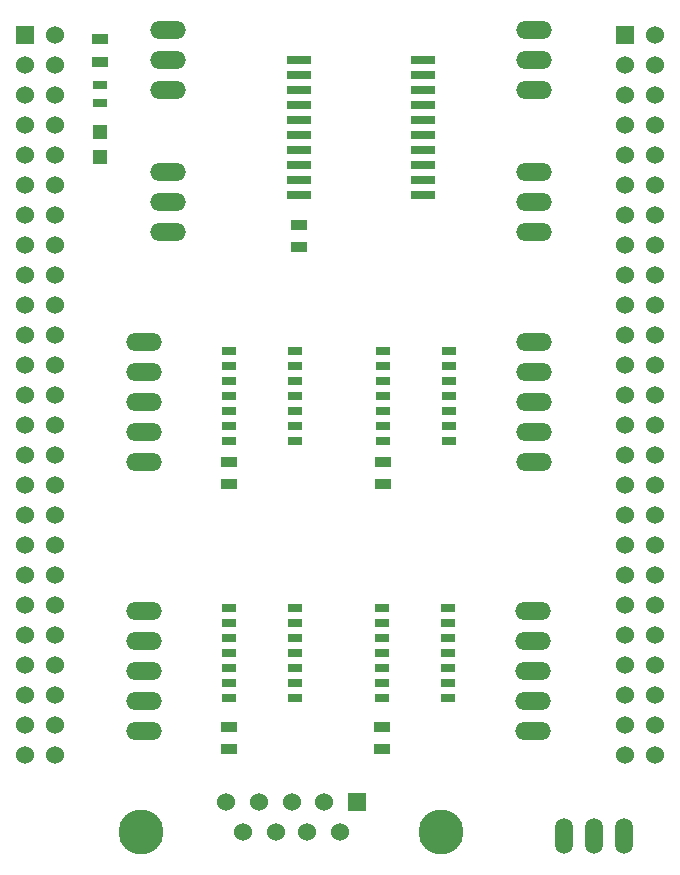
<source format=gts>
G04 (created by PCBNEW (2013-07-07 BZR 4022)-stable) date 01/03/2015 13:42:32*
%MOIN*%
G04 Gerber Fmt 3.4, Leading zero omitted, Abs format*
%FSLAX34Y34*%
G01*
G70*
G90*
G04 APERTURE LIST*
%ADD10C,0.00590551*%
%ADD11O,0.1187X0.0593*%
%ADD12R,0.06X0.06*%
%ADD13C,0.06*%
%ADD14R,0.055X0.035*%
%ADD15O,0.0593X0.1187*%
%ADD16C,0.15*%
%ADD17R,0.0787402X0.0275591*%
%ADD18R,0.05X0.025*%
%ADD19R,0.045X0.025*%
%ADD20R,0.0472X0.0472*%
G04 APERTURE END LIST*
G54D10*
G54D11*
X87775Y-57810D03*
X87775Y-56810D03*
X87775Y-55810D03*
X87775Y-54810D03*
X87775Y-53810D03*
G54D12*
X90838Y-34594D03*
G54D13*
X91838Y-34594D03*
X90838Y-39594D03*
X91838Y-35594D03*
X90838Y-40594D03*
X91838Y-36594D03*
X90838Y-41594D03*
X91838Y-37594D03*
X90838Y-42594D03*
X91838Y-38594D03*
X90838Y-43594D03*
X91838Y-39594D03*
X90838Y-44594D03*
X91838Y-40594D03*
X90838Y-45594D03*
X91838Y-41594D03*
X90838Y-46594D03*
X91838Y-42594D03*
X90838Y-47594D03*
X91838Y-43594D03*
X90838Y-48594D03*
X91838Y-44594D03*
X90838Y-49594D03*
X91838Y-45594D03*
X91838Y-46594D03*
X90838Y-50594D03*
X91838Y-47594D03*
X91838Y-49594D03*
X91838Y-50594D03*
X91838Y-51594D03*
X91838Y-52594D03*
X90838Y-51594D03*
X90838Y-52594D03*
X90838Y-35594D03*
X90838Y-36594D03*
X90838Y-37594D03*
X90838Y-38594D03*
X90838Y-53594D03*
X91838Y-53594D03*
X91838Y-48594D03*
X90838Y-54594D03*
X91838Y-54594D03*
X90838Y-55594D03*
X91838Y-55594D03*
X90838Y-56594D03*
X91838Y-56594D03*
X90838Y-57594D03*
X91838Y-57594D03*
X90838Y-58594D03*
X91838Y-58594D03*
G54D12*
X70838Y-34594D03*
G54D13*
X71838Y-34594D03*
X70838Y-39594D03*
X71838Y-35594D03*
X70838Y-40594D03*
X71838Y-36594D03*
X70838Y-41594D03*
X71838Y-37594D03*
X70838Y-42594D03*
X71838Y-38594D03*
X70838Y-43594D03*
X71838Y-39594D03*
X70838Y-44594D03*
X71838Y-40594D03*
X70838Y-45594D03*
X71838Y-41594D03*
X70838Y-46594D03*
X71838Y-42594D03*
X70838Y-47594D03*
X71838Y-43594D03*
X70838Y-48594D03*
X71838Y-44594D03*
X70838Y-49594D03*
X71838Y-45594D03*
X71838Y-46594D03*
X70838Y-50594D03*
X71838Y-47594D03*
X71838Y-49594D03*
X71838Y-50594D03*
X71838Y-51594D03*
X71838Y-52594D03*
X70838Y-51594D03*
X70838Y-52594D03*
X70838Y-35594D03*
X70838Y-36594D03*
X70838Y-37594D03*
X70838Y-38594D03*
X70838Y-53594D03*
X71838Y-53594D03*
X71838Y-48594D03*
X70838Y-54594D03*
X71838Y-54594D03*
X70838Y-55594D03*
X71838Y-55594D03*
X70838Y-56594D03*
X71838Y-56594D03*
X70838Y-57594D03*
X71838Y-57594D03*
X70838Y-58594D03*
X71838Y-58594D03*
G54D14*
X82760Y-48837D03*
X82760Y-49587D03*
X82740Y-57665D03*
X82740Y-58415D03*
X77620Y-57665D03*
X77620Y-58415D03*
X77640Y-48837D03*
X77640Y-49587D03*
X79980Y-40925D03*
X79980Y-41675D03*
X73340Y-35495D03*
X73340Y-34745D03*
G54D15*
X88800Y-61300D03*
X89800Y-61300D03*
X90800Y-61300D03*
G54D11*
X87795Y-36433D03*
X87795Y-35433D03*
X87795Y-34433D03*
X87795Y-41157D03*
X87795Y-40157D03*
X87795Y-39157D03*
X75590Y-36433D03*
X75590Y-35433D03*
X75590Y-34433D03*
X75590Y-41157D03*
X75590Y-40157D03*
X75590Y-39157D03*
G54D16*
X74690Y-61160D03*
X84690Y-61160D03*
G54D12*
X81890Y-60160D03*
G54D13*
X80790Y-60160D03*
X79740Y-60160D03*
X78640Y-60160D03*
X77540Y-60160D03*
X81340Y-61160D03*
X80240Y-61160D03*
X79190Y-61160D03*
X78090Y-61160D03*
G54D17*
X84106Y-39950D03*
X84106Y-39450D03*
X84106Y-38950D03*
X84106Y-38450D03*
X84106Y-37950D03*
X84106Y-37450D03*
X84106Y-36950D03*
X84106Y-36450D03*
X84106Y-35950D03*
X84106Y-35450D03*
X79973Y-35450D03*
X79973Y-35950D03*
X79973Y-36450D03*
X79973Y-36950D03*
X79973Y-37450D03*
X79973Y-37950D03*
X79973Y-38450D03*
X79973Y-38950D03*
X79973Y-39450D03*
X79973Y-39950D03*
G54D18*
X79840Y-48153D03*
X79840Y-47653D03*
X79840Y-47153D03*
X79840Y-46653D03*
X79840Y-46153D03*
X79840Y-45653D03*
X79840Y-45153D03*
X77640Y-45153D03*
X77640Y-45653D03*
X77640Y-46153D03*
X77640Y-46653D03*
X77640Y-47153D03*
X77640Y-47653D03*
X77640Y-48153D03*
X79820Y-56720D03*
X79820Y-56220D03*
X79820Y-55720D03*
X79820Y-55220D03*
X79820Y-54720D03*
X79820Y-54220D03*
X79820Y-53720D03*
X77620Y-53720D03*
X77620Y-54220D03*
X77620Y-54720D03*
X77620Y-55220D03*
X77620Y-55720D03*
X77620Y-56220D03*
X77620Y-56720D03*
X84938Y-56720D03*
X84938Y-56220D03*
X84938Y-55720D03*
X84938Y-55220D03*
X84938Y-54720D03*
X84938Y-54220D03*
X84938Y-53720D03*
X82738Y-53720D03*
X82738Y-54220D03*
X82738Y-54720D03*
X82738Y-55220D03*
X82738Y-55720D03*
X82738Y-56220D03*
X82738Y-56720D03*
X84958Y-48153D03*
X84958Y-47653D03*
X84958Y-47153D03*
X84958Y-46653D03*
X84958Y-46153D03*
X84958Y-45653D03*
X84958Y-45153D03*
X82758Y-45153D03*
X82758Y-45653D03*
X82758Y-46153D03*
X82758Y-46653D03*
X82758Y-47153D03*
X82758Y-47653D03*
X82758Y-48153D03*
G54D11*
X87795Y-48850D03*
X87795Y-47850D03*
X87795Y-46850D03*
X87795Y-45850D03*
X87795Y-44850D03*
X74803Y-53810D03*
X74803Y-54810D03*
X74803Y-55810D03*
X74803Y-56810D03*
X74803Y-57810D03*
X74803Y-44850D03*
X74803Y-45850D03*
X74803Y-46850D03*
X74803Y-47850D03*
X74803Y-48850D03*
G54D19*
X73320Y-36860D03*
X73320Y-36260D03*
G54D20*
X73320Y-37847D03*
X73320Y-38673D03*
M02*

</source>
